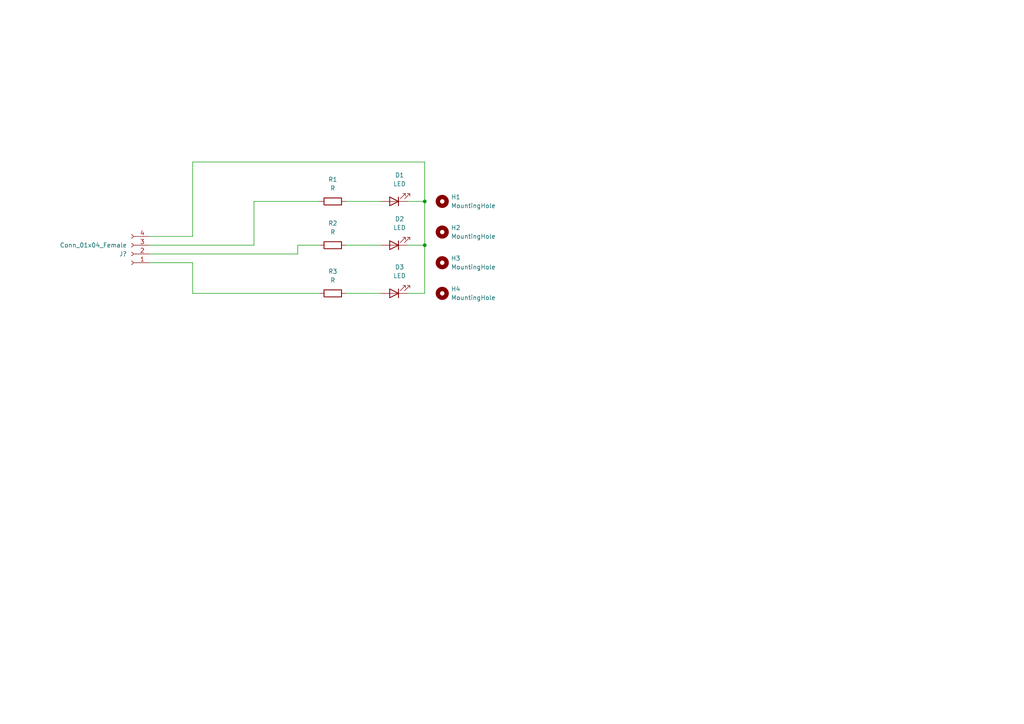
<source format=kicad_sch>
(kicad_sch (version 20211123) (generator eeschema)
  (paper "A4")
  (lib_symbols
    (symbol "Connector:Conn_01x04_Female" (pin_names (offset 1.016) hide)
      (property "Reference" "J" (at 0 5.08 0))
      (property "Value" "Conn_01x04_Female" (at 0 -7.62 0))
      (symbol "Conn_01x04_Female_1_1"
        (arc (start 0 -4.572) (mid -0.508 -5.08) (end 0 -5.588) (stroke (width 0.1524)))
        (arc (start 0 -2.032) (mid -0.508 -2.54) (end 0 -3.048) (stroke (width 0.1524)))
        (polyline (pts (xy -1.27 -5.08) (xy -0.508 -5.08)) (stroke (width 0.1524)))
        (polyline (pts (xy -1.27 -2.54) (xy -0.508 -2.54)) (stroke (width 0.1524)))
        (polyline (pts (xy -1.27 0) (xy -0.508 0)) (stroke (width 0.1524)))
        (polyline (pts (xy -1.27 2.54) (xy -0.508 2.54)) (stroke (width 0.1524)))
        (arc (start 0 0.508) (mid -0.508 0) (end 0 -0.508) (stroke (width 0.1524)))
        (arc (start 0 3.048) (mid -0.508 2.54) (end 0 2.032) (stroke (width 0.1524)))
        (pin passive line (at -5.08 2.54 0) (length 3.81) (name "Pin_1") (number "1"))
        (pin passive line (at -5.08 0 0) (length 3.81) (name "Pin_2") (number "2"))
        (pin passive line (at -5.08 -2.54 0) (length 3.81) (name "Pin_3") (number "3"))
        (pin passive line (at -5.08 -5.08 0) (length 3.81) (name "Pin_4") (number "4"))
      )
    )
    (symbol "Device:LED" (pin_numbers hide) (pin_names (offset 1.016) hide)
      (property "Reference" "D" (at 0 2.54 0))
      (property "Value" "LED" (at 0 -2.54 0))
      (symbol "LED_0_1"
        (polyline (pts (xy -1.27 -1.27) (xy -1.27 1.27)) (stroke (width 0.254)))
        (polyline (pts (xy -1.27 0) (xy 1.27 0)))
        (polyline (pts (xy 1.27 -1.27) (xy 1.27 1.27) (xy -1.27 0) (xy 1.27 -1.27)) (stroke (width 0.254)))
        (polyline (pts (xy -3.048 -0.762) (xy -4.572 -2.286) (xy -3.81 -2.286) (xy -4.572 -2.286) (xy -4.572 -1.524)))
        (polyline (pts (xy -1.778 -0.762) (xy -3.302 -2.286) (xy -2.54 -2.286) (xy -3.302 -2.286) (xy -3.302 -1.524)))
      )
      (symbol "LED_1_1"
        (pin passive line (at -3.81 0 0) (length 2.54) (name "K") (number "1"))
        (pin passive line (at 3.81 0 180) (length 2.54) (name "A") (number "2"))
      )
    )
    (symbol "Device:R" (pin_numbers hide) (pin_names (offset 0))
      (property "Reference" "R" (at 2.032 0 90))
      (property "Value" "R" (at 0 0 90))
      (symbol "R_0_1"
        (rectangle (start -1.016 -2.54) (end 1.016 2.54) (stroke (width 0.254)))
      )
      (symbol "R_1_1"
        (pin passive line (at 0 3.81 270) (length 1.27) (name "~") (number "1"))
        (pin passive line (at 0 -3.81 90) (length 1.27) (name "~") (number "2"))
      )
    )
    (symbol "Mechanical:MountingHole" (pin_names (offset 1.016))
      (property "Reference" "H" (at 0 5.08 0))
      (property "Value" "MountingHole" (at 0 3.175 0))
      (symbol "MountingHole_0_1"
        (circle (center 0 0) (radius 1.27) (stroke (width 1.27)))
      )
    )
  )
  (junction (at 123.19 71.12))
  (junction (at 123.19 58.42))
  (wire (pts (xy 123.19 58.42) (xy 123.19 46.99)))
  (wire (pts (xy 43.18 76.2) (xy 55.88 76.2)))
  (wire (pts (xy 123.19 71.12) (xy 123.19 58.42)))
  (wire (pts (xy 43.18 73.66) (xy 86.36 73.66)))
  (wire (pts (xy 43.18 68.58) (xy 55.88 68.58)))
  (wire (pts (xy 73.66 71.12) (xy 43.18 71.12)))
  (wire (pts (xy 86.36 71.12) (xy 86.36 73.66)))
  (wire (pts (xy 100.33 71.12) (xy 110.49 71.12)))
  (wire (pts (xy 100.33 58.42) (xy 110.49 58.42)))
  (wire (pts (xy 73.66 58.42) (xy 92.71 58.42)))
  (wire (pts (xy 92.71 85.09) (xy 55.88 85.09)))
  (wire (pts (xy 92.71 71.12) (xy 86.36 71.12)))
  (wire (pts (xy 123.19 46.99) (xy 55.88 46.99)))
  (wire (pts (xy 55.88 46.99) (xy 55.88 68.58)))
  (wire (pts (xy 55.88 85.09) (xy 55.88 76.2)))
  (wire (pts (xy 73.66 58.42) (xy 73.66 71.12)))
  (wire (pts (xy 123.19 85.09) (xy 123.19 71.12)))
  (wire (pts (xy 118.11 58.42) (xy 123.19 58.42)))
  (wire (pts (xy 118.11 85.09) (xy 123.19 85.09)))
  (wire (pts (xy 118.11 71.12) (xy 123.19 71.12)))
  (wire (pts (xy 100.33 85.09) (xy 110.49 85.09)))
  (symbol (lib_id "Device:R") (at 96.52 58.42 270) (unit 1)
    (property "Reference" "R1" (at 96.52 52.07 90))
    (property "Value" "R" (at 96.52 54.61 90))
    (property "Footprint" "Resistor_THT:R_Axial_DIN0204_L3.6mm_D1.6mm_P5.08mm_Horizontal" (effects hide))
  )
  (symbol (lib_id "Device:LED") (at 114.3 71.12 180) (unit 1)
    (property "Reference" "D2" (at 115.8875 63.5 0))
    (property "Value" "LED" (at 115.8875 66.04 0))
    (property "Footprint" "LED_THT:LED_D3.0mm" (effects hide))
  )
  (symbol (lib_id "Device:LED") (at 114.3 85.09 180) (unit 1)
    (property "Reference" "D3" (at 115.8875 77.47 0))
    (property "Value" "LED" (at 115.8875 80.01 0))
    (property "Footprint" "LED_THT:LED_D3.0mm" (effects hide))
  )
  (symbol (lib_id "Device:R") (at 96.52 71.12 270) (unit 1)
    (property "Reference" "R2" (at 96.52 64.77 90))
    (property "Value" "R" (at 96.52 67.31 90))
    (property "Footprint" "Resistor_THT:R_Axial_DIN0204_L3.6mm_D1.6mm_P5.08mm_Horizontal" (effects hide))
  )
  (symbol (lib_id "Device:R") (at 96.52 85.09 270) (unit 1)
    (property "Reference" "R3" (at 96.52 78.74 90))
    (property "Value" "R" (at 96.52 81.28 90))
    (property "Footprint" "Resistor_THT:R_Axial_DIN0204_L3.6mm_D1.6mm_P5.08mm_Horizontal" (effects hide))
  )
  (symbol (lib_id "Mechanical:MountingHole") (at 128.27 58.42 0) (unit 1)
    (property "Reference" "H1" (at 130.81 57.1499 0) (effects (justify left)))
    (property "Value" "MountingHole" (at 130.81 59.6899 0) (effects (justify left)))
    (property "Footprint" "MountingHole:MountingHole_2.1mm" (effects hide))
  )
  (symbol (lib_id "Device:LED") (at 114.3 58.42 180) (unit 1)
    (property "Reference" "D1" (at 115.8875 50.8 0))
    (property "Value" "LED" (at 115.8875 53.34 0))
    (property "Footprint" "LED_THT:LED_D3.0mm" (effects hide))
  )
  (symbol (lib_id "Connector:Conn_01x04_Female") (at 38.1 73.66 180) (unit 1)
    (property "Reference" "J?" (at 36.83 73.6601 0) (effects (justify left)))
    (property "Value" "Conn_01x04_Female" (at 36.83 71.1201 0) (effects (justify left)))
  )
  (symbol (lib_id "Mechanical:MountingHole") (at 128.27 85.09 0) (unit 1)
    (property "Reference" "H4" (at 130.81 83.8199 0) (effects (justify left)))
    (property "Value" "MountingHole" (at 130.81 86.3599 0) (effects (justify left)))
    (property "Footprint" "MountingHole:MountingHole_2.1mm" (effects hide))
  )
  (symbol (lib_id "Mechanical:MountingHole") (at 128.27 67.31 0) (unit 1)
    (property "Reference" "H2" (at 130.81 66.0399 0) (effects (justify left)))
    (property "Value" "MountingHole" (at 130.81 68.5799 0) (effects (justify left)))
    (property "Footprint" "MountingHole:MountingHole_2.1mm" (effects hide))
  )
  (symbol (lib_id "Mechanical:MountingHole") (at 128.27 76.2 0) (unit 1)
    (property "Reference" "H3" (at 130.81 74.9299 0) (effects (justify left)))
    (property "Value" "MountingHole" (at 130.81 77.4699 0) (effects (justify left)))
    (property "Footprint" "MountingHole:MountingHole_2.1mm" (effects hide))
  )
)
</source>
